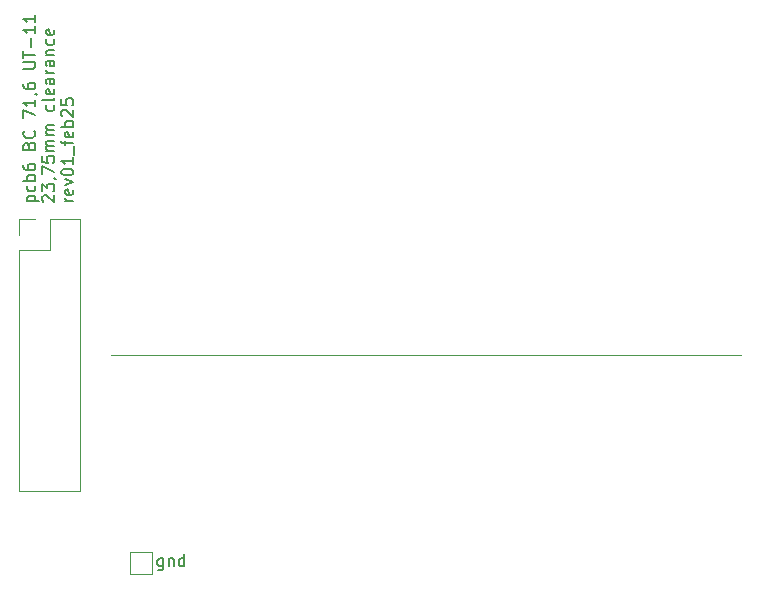
<source format=gto>
G04 #@! TF.GenerationSoftware,KiCad,Pcbnew,8.0.8*
G04 #@! TF.CreationDate,2025-02-19T14:02:03-05:00*
G04 #@! TF.ProjectId,plot_gerbers,706c6f74-5f67-4657-9262-6572732e6b69,rev?*
G04 #@! TF.SameCoordinates,Original*
G04 #@! TF.FileFunction,Legend,Top*
G04 #@! TF.FilePolarity,Positive*
%FSLAX46Y46*%
G04 Gerber Fmt 4.6, Leading zero omitted, Abs format (unit mm)*
G04 Created by KiCad (PCBNEW 8.0.8) date 2025-02-19 14:02:03*
%MOMM*%
%LPD*%
G01*
G04 APERTURE LIST*
%ADD10C,0.150000*%
%ADD11C,0.120000*%
%ADD12C,1.700000*%
%ADD13O,1.700000X1.700000*%
%ADD14R,1.700000X1.700000*%
%ADD15R,1.500000X1.500000*%
G04 APERTURE END LIST*
D10*
X115213264Y-86503220D02*
X116213264Y-86503220D01*
X115260883Y-86503220D02*
X115213264Y-86407982D01*
X115213264Y-86407982D02*
X115213264Y-86217506D01*
X115213264Y-86217506D02*
X115260883Y-86122268D01*
X115260883Y-86122268D02*
X115308502Y-86074649D01*
X115308502Y-86074649D02*
X115403740Y-86027030D01*
X115403740Y-86027030D02*
X115689454Y-86027030D01*
X115689454Y-86027030D02*
X115784692Y-86074649D01*
X115784692Y-86074649D02*
X115832312Y-86122268D01*
X115832312Y-86122268D02*
X115879931Y-86217506D01*
X115879931Y-86217506D02*
X115879931Y-86407982D01*
X115879931Y-86407982D02*
X115832312Y-86503220D01*
X115832312Y-85169887D02*
X115879931Y-85265125D01*
X115879931Y-85265125D02*
X115879931Y-85455601D01*
X115879931Y-85455601D02*
X115832312Y-85550839D01*
X115832312Y-85550839D02*
X115784692Y-85598458D01*
X115784692Y-85598458D02*
X115689454Y-85646077D01*
X115689454Y-85646077D02*
X115403740Y-85646077D01*
X115403740Y-85646077D02*
X115308502Y-85598458D01*
X115308502Y-85598458D02*
X115260883Y-85550839D01*
X115260883Y-85550839D02*
X115213264Y-85455601D01*
X115213264Y-85455601D02*
X115213264Y-85265125D01*
X115213264Y-85265125D02*
X115260883Y-85169887D01*
X115879931Y-84741315D02*
X114879931Y-84741315D01*
X115260883Y-84741315D02*
X115213264Y-84646077D01*
X115213264Y-84646077D02*
X115213264Y-84455601D01*
X115213264Y-84455601D02*
X115260883Y-84360363D01*
X115260883Y-84360363D02*
X115308502Y-84312744D01*
X115308502Y-84312744D02*
X115403740Y-84265125D01*
X115403740Y-84265125D02*
X115689454Y-84265125D01*
X115689454Y-84265125D02*
X115784692Y-84312744D01*
X115784692Y-84312744D02*
X115832312Y-84360363D01*
X115832312Y-84360363D02*
X115879931Y-84455601D01*
X115879931Y-84455601D02*
X115879931Y-84646077D01*
X115879931Y-84646077D02*
X115832312Y-84741315D01*
X114879931Y-83407982D02*
X114879931Y-83598458D01*
X114879931Y-83598458D02*
X114927550Y-83693696D01*
X114927550Y-83693696D02*
X114975169Y-83741315D01*
X114975169Y-83741315D02*
X115118026Y-83836553D01*
X115118026Y-83836553D02*
X115308502Y-83884172D01*
X115308502Y-83884172D02*
X115689454Y-83884172D01*
X115689454Y-83884172D02*
X115784692Y-83836553D01*
X115784692Y-83836553D02*
X115832312Y-83788934D01*
X115832312Y-83788934D02*
X115879931Y-83693696D01*
X115879931Y-83693696D02*
X115879931Y-83503220D01*
X115879931Y-83503220D02*
X115832312Y-83407982D01*
X115832312Y-83407982D02*
X115784692Y-83360363D01*
X115784692Y-83360363D02*
X115689454Y-83312744D01*
X115689454Y-83312744D02*
X115451359Y-83312744D01*
X115451359Y-83312744D02*
X115356121Y-83360363D01*
X115356121Y-83360363D02*
X115308502Y-83407982D01*
X115308502Y-83407982D02*
X115260883Y-83503220D01*
X115260883Y-83503220D02*
X115260883Y-83693696D01*
X115260883Y-83693696D02*
X115308502Y-83788934D01*
X115308502Y-83788934D02*
X115356121Y-83836553D01*
X115356121Y-83836553D02*
X115451359Y-83884172D01*
X115356121Y-81788934D02*
X115403740Y-81646077D01*
X115403740Y-81646077D02*
X115451359Y-81598458D01*
X115451359Y-81598458D02*
X115546597Y-81550839D01*
X115546597Y-81550839D02*
X115689454Y-81550839D01*
X115689454Y-81550839D02*
X115784692Y-81598458D01*
X115784692Y-81598458D02*
X115832312Y-81646077D01*
X115832312Y-81646077D02*
X115879931Y-81741315D01*
X115879931Y-81741315D02*
X115879931Y-82122267D01*
X115879931Y-82122267D02*
X114879931Y-82122267D01*
X114879931Y-82122267D02*
X114879931Y-81788934D01*
X114879931Y-81788934D02*
X114927550Y-81693696D01*
X114927550Y-81693696D02*
X114975169Y-81646077D01*
X114975169Y-81646077D02*
X115070407Y-81598458D01*
X115070407Y-81598458D02*
X115165645Y-81598458D01*
X115165645Y-81598458D02*
X115260883Y-81646077D01*
X115260883Y-81646077D02*
X115308502Y-81693696D01*
X115308502Y-81693696D02*
X115356121Y-81788934D01*
X115356121Y-81788934D02*
X115356121Y-82122267D01*
X115784692Y-80550839D02*
X115832312Y-80598458D01*
X115832312Y-80598458D02*
X115879931Y-80741315D01*
X115879931Y-80741315D02*
X115879931Y-80836553D01*
X115879931Y-80836553D02*
X115832312Y-80979410D01*
X115832312Y-80979410D02*
X115737073Y-81074648D01*
X115737073Y-81074648D02*
X115641835Y-81122267D01*
X115641835Y-81122267D02*
X115451359Y-81169886D01*
X115451359Y-81169886D02*
X115308502Y-81169886D01*
X115308502Y-81169886D02*
X115118026Y-81122267D01*
X115118026Y-81122267D02*
X115022788Y-81074648D01*
X115022788Y-81074648D02*
X114927550Y-80979410D01*
X114927550Y-80979410D02*
X114879931Y-80836553D01*
X114879931Y-80836553D02*
X114879931Y-80741315D01*
X114879931Y-80741315D02*
X114927550Y-80598458D01*
X114927550Y-80598458D02*
X114975169Y-80550839D01*
X114879931Y-79455600D02*
X114879931Y-78788934D01*
X114879931Y-78788934D02*
X115879931Y-79217505D01*
X115879931Y-77884172D02*
X115879931Y-78455600D01*
X115879931Y-78169886D02*
X114879931Y-78169886D01*
X114879931Y-78169886D02*
X115022788Y-78265124D01*
X115022788Y-78265124D02*
X115118026Y-78360362D01*
X115118026Y-78360362D02*
X115165645Y-78455600D01*
X115832312Y-77407981D02*
X115879931Y-77407981D01*
X115879931Y-77407981D02*
X115975169Y-77455600D01*
X115975169Y-77455600D02*
X116022788Y-77503219D01*
X114879931Y-76550839D02*
X114879931Y-76741315D01*
X114879931Y-76741315D02*
X114927550Y-76836553D01*
X114927550Y-76836553D02*
X114975169Y-76884172D01*
X114975169Y-76884172D02*
X115118026Y-76979410D01*
X115118026Y-76979410D02*
X115308502Y-77027029D01*
X115308502Y-77027029D02*
X115689454Y-77027029D01*
X115689454Y-77027029D02*
X115784692Y-76979410D01*
X115784692Y-76979410D02*
X115832312Y-76931791D01*
X115832312Y-76931791D02*
X115879931Y-76836553D01*
X115879931Y-76836553D02*
X115879931Y-76646077D01*
X115879931Y-76646077D02*
X115832312Y-76550839D01*
X115832312Y-76550839D02*
X115784692Y-76503220D01*
X115784692Y-76503220D02*
X115689454Y-76455601D01*
X115689454Y-76455601D02*
X115451359Y-76455601D01*
X115451359Y-76455601D02*
X115356121Y-76503220D01*
X115356121Y-76503220D02*
X115308502Y-76550839D01*
X115308502Y-76550839D02*
X115260883Y-76646077D01*
X115260883Y-76646077D02*
X115260883Y-76836553D01*
X115260883Y-76836553D02*
X115308502Y-76931791D01*
X115308502Y-76931791D02*
X115356121Y-76979410D01*
X115356121Y-76979410D02*
X115451359Y-77027029D01*
X114879931Y-75265124D02*
X115689454Y-75265124D01*
X115689454Y-75265124D02*
X115784692Y-75217505D01*
X115784692Y-75217505D02*
X115832312Y-75169886D01*
X115832312Y-75169886D02*
X115879931Y-75074648D01*
X115879931Y-75074648D02*
X115879931Y-74884172D01*
X115879931Y-74884172D02*
X115832312Y-74788934D01*
X115832312Y-74788934D02*
X115784692Y-74741315D01*
X115784692Y-74741315D02*
X115689454Y-74693696D01*
X115689454Y-74693696D02*
X114879931Y-74693696D01*
X114879931Y-74360362D02*
X114879931Y-73788934D01*
X115879931Y-74074648D02*
X114879931Y-74074648D01*
X115498978Y-73455600D02*
X115498978Y-72693696D01*
X115879931Y-71693696D02*
X115879931Y-72265124D01*
X115879931Y-71979410D02*
X114879931Y-71979410D01*
X114879931Y-71979410D02*
X115022788Y-72074648D01*
X115022788Y-72074648D02*
X115118026Y-72169886D01*
X115118026Y-72169886D02*
X115165645Y-72265124D01*
X115879931Y-70741315D02*
X115879931Y-71312743D01*
X115879931Y-71027029D02*
X114879931Y-71027029D01*
X114879931Y-71027029D02*
X115022788Y-71122267D01*
X115022788Y-71122267D02*
X115118026Y-71217505D01*
X115118026Y-71217505D02*
X115165645Y-71312743D01*
X116585113Y-86550839D02*
X116537494Y-86503220D01*
X116537494Y-86503220D02*
X116489875Y-86407982D01*
X116489875Y-86407982D02*
X116489875Y-86169887D01*
X116489875Y-86169887D02*
X116537494Y-86074649D01*
X116537494Y-86074649D02*
X116585113Y-86027030D01*
X116585113Y-86027030D02*
X116680351Y-85979411D01*
X116680351Y-85979411D02*
X116775589Y-85979411D01*
X116775589Y-85979411D02*
X116918446Y-86027030D01*
X116918446Y-86027030D02*
X117489875Y-86598458D01*
X117489875Y-86598458D02*
X117489875Y-85979411D01*
X116489875Y-85646077D02*
X116489875Y-85027030D01*
X116489875Y-85027030D02*
X116870827Y-85360363D01*
X116870827Y-85360363D02*
X116870827Y-85217506D01*
X116870827Y-85217506D02*
X116918446Y-85122268D01*
X116918446Y-85122268D02*
X116966065Y-85074649D01*
X116966065Y-85074649D02*
X117061303Y-85027030D01*
X117061303Y-85027030D02*
X117299398Y-85027030D01*
X117299398Y-85027030D02*
X117394636Y-85074649D01*
X117394636Y-85074649D02*
X117442256Y-85122268D01*
X117442256Y-85122268D02*
X117489875Y-85217506D01*
X117489875Y-85217506D02*
X117489875Y-85503220D01*
X117489875Y-85503220D02*
X117442256Y-85598458D01*
X117442256Y-85598458D02*
X117394636Y-85646077D01*
X117442256Y-84550839D02*
X117489875Y-84550839D01*
X117489875Y-84550839D02*
X117585113Y-84598458D01*
X117585113Y-84598458D02*
X117632732Y-84646077D01*
X116489875Y-84217506D02*
X116489875Y-83550840D01*
X116489875Y-83550840D02*
X117489875Y-83979411D01*
X116489875Y-82693697D02*
X116489875Y-83169887D01*
X116489875Y-83169887D02*
X116966065Y-83217506D01*
X116966065Y-83217506D02*
X116918446Y-83169887D01*
X116918446Y-83169887D02*
X116870827Y-83074649D01*
X116870827Y-83074649D02*
X116870827Y-82836554D01*
X116870827Y-82836554D02*
X116918446Y-82741316D01*
X116918446Y-82741316D02*
X116966065Y-82693697D01*
X116966065Y-82693697D02*
X117061303Y-82646078D01*
X117061303Y-82646078D02*
X117299398Y-82646078D01*
X117299398Y-82646078D02*
X117394636Y-82693697D01*
X117394636Y-82693697D02*
X117442256Y-82741316D01*
X117442256Y-82741316D02*
X117489875Y-82836554D01*
X117489875Y-82836554D02*
X117489875Y-83074649D01*
X117489875Y-83074649D02*
X117442256Y-83169887D01*
X117442256Y-83169887D02*
X117394636Y-83217506D01*
X117489875Y-82217506D02*
X116823208Y-82217506D01*
X116918446Y-82217506D02*
X116870827Y-82169887D01*
X116870827Y-82169887D02*
X116823208Y-82074649D01*
X116823208Y-82074649D02*
X116823208Y-81931792D01*
X116823208Y-81931792D02*
X116870827Y-81836554D01*
X116870827Y-81836554D02*
X116966065Y-81788935D01*
X116966065Y-81788935D02*
X117489875Y-81788935D01*
X116966065Y-81788935D02*
X116870827Y-81741316D01*
X116870827Y-81741316D02*
X116823208Y-81646078D01*
X116823208Y-81646078D02*
X116823208Y-81503221D01*
X116823208Y-81503221D02*
X116870827Y-81407982D01*
X116870827Y-81407982D02*
X116966065Y-81360363D01*
X116966065Y-81360363D02*
X117489875Y-81360363D01*
X117489875Y-80884173D02*
X116823208Y-80884173D01*
X116918446Y-80884173D02*
X116870827Y-80836554D01*
X116870827Y-80836554D02*
X116823208Y-80741316D01*
X116823208Y-80741316D02*
X116823208Y-80598459D01*
X116823208Y-80598459D02*
X116870827Y-80503221D01*
X116870827Y-80503221D02*
X116966065Y-80455602D01*
X116966065Y-80455602D02*
X117489875Y-80455602D01*
X116966065Y-80455602D02*
X116870827Y-80407983D01*
X116870827Y-80407983D02*
X116823208Y-80312745D01*
X116823208Y-80312745D02*
X116823208Y-80169888D01*
X116823208Y-80169888D02*
X116870827Y-80074649D01*
X116870827Y-80074649D02*
X116966065Y-80027030D01*
X116966065Y-80027030D02*
X117489875Y-80027030D01*
X117442256Y-78360364D02*
X117489875Y-78455602D01*
X117489875Y-78455602D02*
X117489875Y-78646078D01*
X117489875Y-78646078D02*
X117442256Y-78741316D01*
X117442256Y-78741316D02*
X117394636Y-78788935D01*
X117394636Y-78788935D02*
X117299398Y-78836554D01*
X117299398Y-78836554D02*
X117013684Y-78836554D01*
X117013684Y-78836554D02*
X116918446Y-78788935D01*
X116918446Y-78788935D02*
X116870827Y-78741316D01*
X116870827Y-78741316D02*
X116823208Y-78646078D01*
X116823208Y-78646078D02*
X116823208Y-78455602D01*
X116823208Y-78455602D02*
X116870827Y-78360364D01*
X117489875Y-77788935D02*
X117442256Y-77884173D01*
X117442256Y-77884173D02*
X117347017Y-77931792D01*
X117347017Y-77931792D02*
X116489875Y-77931792D01*
X117442256Y-77027030D02*
X117489875Y-77122268D01*
X117489875Y-77122268D02*
X117489875Y-77312744D01*
X117489875Y-77312744D02*
X117442256Y-77407982D01*
X117442256Y-77407982D02*
X117347017Y-77455601D01*
X117347017Y-77455601D02*
X116966065Y-77455601D01*
X116966065Y-77455601D02*
X116870827Y-77407982D01*
X116870827Y-77407982D02*
X116823208Y-77312744D01*
X116823208Y-77312744D02*
X116823208Y-77122268D01*
X116823208Y-77122268D02*
X116870827Y-77027030D01*
X116870827Y-77027030D02*
X116966065Y-76979411D01*
X116966065Y-76979411D02*
X117061303Y-76979411D01*
X117061303Y-76979411D02*
X117156541Y-77455601D01*
X117489875Y-76122268D02*
X116966065Y-76122268D01*
X116966065Y-76122268D02*
X116870827Y-76169887D01*
X116870827Y-76169887D02*
X116823208Y-76265125D01*
X116823208Y-76265125D02*
X116823208Y-76455601D01*
X116823208Y-76455601D02*
X116870827Y-76550839D01*
X117442256Y-76122268D02*
X117489875Y-76217506D01*
X117489875Y-76217506D02*
X117489875Y-76455601D01*
X117489875Y-76455601D02*
X117442256Y-76550839D01*
X117442256Y-76550839D02*
X117347017Y-76598458D01*
X117347017Y-76598458D02*
X117251779Y-76598458D01*
X117251779Y-76598458D02*
X117156541Y-76550839D01*
X117156541Y-76550839D02*
X117108922Y-76455601D01*
X117108922Y-76455601D02*
X117108922Y-76217506D01*
X117108922Y-76217506D02*
X117061303Y-76122268D01*
X117489875Y-75646077D02*
X116823208Y-75646077D01*
X117013684Y-75646077D02*
X116918446Y-75598458D01*
X116918446Y-75598458D02*
X116870827Y-75550839D01*
X116870827Y-75550839D02*
X116823208Y-75455601D01*
X116823208Y-75455601D02*
X116823208Y-75360363D01*
X117489875Y-74598458D02*
X116966065Y-74598458D01*
X116966065Y-74598458D02*
X116870827Y-74646077D01*
X116870827Y-74646077D02*
X116823208Y-74741315D01*
X116823208Y-74741315D02*
X116823208Y-74931791D01*
X116823208Y-74931791D02*
X116870827Y-75027029D01*
X117442256Y-74598458D02*
X117489875Y-74693696D01*
X117489875Y-74693696D02*
X117489875Y-74931791D01*
X117489875Y-74931791D02*
X117442256Y-75027029D01*
X117442256Y-75027029D02*
X117347017Y-75074648D01*
X117347017Y-75074648D02*
X117251779Y-75074648D01*
X117251779Y-75074648D02*
X117156541Y-75027029D01*
X117156541Y-75027029D02*
X117108922Y-74931791D01*
X117108922Y-74931791D02*
X117108922Y-74693696D01*
X117108922Y-74693696D02*
X117061303Y-74598458D01*
X116823208Y-74122267D02*
X117489875Y-74122267D01*
X116918446Y-74122267D02*
X116870827Y-74074648D01*
X116870827Y-74074648D02*
X116823208Y-73979410D01*
X116823208Y-73979410D02*
X116823208Y-73836553D01*
X116823208Y-73836553D02*
X116870827Y-73741315D01*
X116870827Y-73741315D02*
X116966065Y-73693696D01*
X116966065Y-73693696D02*
X117489875Y-73693696D01*
X117442256Y-72788934D02*
X117489875Y-72884172D01*
X117489875Y-72884172D02*
X117489875Y-73074648D01*
X117489875Y-73074648D02*
X117442256Y-73169886D01*
X117442256Y-73169886D02*
X117394636Y-73217505D01*
X117394636Y-73217505D02*
X117299398Y-73265124D01*
X117299398Y-73265124D02*
X117013684Y-73265124D01*
X117013684Y-73265124D02*
X116918446Y-73217505D01*
X116918446Y-73217505D02*
X116870827Y-73169886D01*
X116870827Y-73169886D02*
X116823208Y-73074648D01*
X116823208Y-73074648D02*
X116823208Y-72884172D01*
X116823208Y-72884172D02*
X116870827Y-72788934D01*
X117442256Y-71979410D02*
X117489875Y-72074648D01*
X117489875Y-72074648D02*
X117489875Y-72265124D01*
X117489875Y-72265124D02*
X117442256Y-72360362D01*
X117442256Y-72360362D02*
X117347017Y-72407981D01*
X117347017Y-72407981D02*
X116966065Y-72407981D01*
X116966065Y-72407981D02*
X116870827Y-72360362D01*
X116870827Y-72360362D02*
X116823208Y-72265124D01*
X116823208Y-72265124D02*
X116823208Y-72074648D01*
X116823208Y-72074648D02*
X116870827Y-71979410D01*
X116870827Y-71979410D02*
X116966065Y-71931791D01*
X116966065Y-71931791D02*
X117061303Y-71931791D01*
X117061303Y-71931791D02*
X117156541Y-72407981D01*
X119099819Y-86503220D02*
X118433152Y-86503220D01*
X118623628Y-86503220D02*
X118528390Y-86455601D01*
X118528390Y-86455601D02*
X118480771Y-86407982D01*
X118480771Y-86407982D02*
X118433152Y-86312744D01*
X118433152Y-86312744D02*
X118433152Y-86217506D01*
X119052200Y-85503220D02*
X119099819Y-85598458D01*
X119099819Y-85598458D02*
X119099819Y-85788934D01*
X119099819Y-85788934D02*
X119052200Y-85884172D01*
X119052200Y-85884172D02*
X118956961Y-85931791D01*
X118956961Y-85931791D02*
X118576009Y-85931791D01*
X118576009Y-85931791D02*
X118480771Y-85884172D01*
X118480771Y-85884172D02*
X118433152Y-85788934D01*
X118433152Y-85788934D02*
X118433152Y-85598458D01*
X118433152Y-85598458D02*
X118480771Y-85503220D01*
X118480771Y-85503220D02*
X118576009Y-85455601D01*
X118576009Y-85455601D02*
X118671247Y-85455601D01*
X118671247Y-85455601D02*
X118766485Y-85931791D01*
X118433152Y-85122267D02*
X119099819Y-84884172D01*
X119099819Y-84884172D02*
X118433152Y-84646077D01*
X118099819Y-84074648D02*
X118099819Y-83979410D01*
X118099819Y-83979410D02*
X118147438Y-83884172D01*
X118147438Y-83884172D02*
X118195057Y-83836553D01*
X118195057Y-83836553D02*
X118290295Y-83788934D01*
X118290295Y-83788934D02*
X118480771Y-83741315D01*
X118480771Y-83741315D02*
X118718866Y-83741315D01*
X118718866Y-83741315D02*
X118909342Y-83788934D01*
X118909342Y-83788934D02*
X119004580Y-83836553D01*
X119004580Y-83836553D02*
X119052200Y-83884172D01*
X119052200Y-83884172D02*
X119099819Y-83979410D01*
X119099819Y-83979410D02*
X119099819Y-84074648D01*
X119099819Y-84074648D02*
X119052200Y-84169886D01*
X119052200Y-84169886D02*
X119004580Y-84217505D01*
X119004580Y-84217505D02*
X118909342Y-84265124D01*
X118909342Y-84265124D02*
X118718866Y-84312743D01*
X118718866Y-84312743D02*
X118480771Y-84312743D01*
X118480771Y-84312743D02*
X118290295Y-84265124D01*
X118290295Y-84265124D02*
X118195057Y-84217505D01*
X118195057Y-84217505D02*
X118147438Y-84169886D01*
X118147438Y-84169886D02*
X118099819Y-84074648D01*
X119099819Y-82788934D02*
X119099819Y-83360362D01*
X119099819Y-83074648D02*
X118099819Y-83074648D01*
X118099819Y-83074648D02*
X118242676Y-83169886D01*
X118242676Y-83169886D02*
X118337914Y-83265124D01*
X118337914Y-83265124D02*
X118385533Y-83360362D01*
X119195057Y-82598458D02*
X119195057Y-81836553D01*
X118433152Y-81741314D02*
X118433152Y-81360362D01*
X119099819Y-81598457D02*
X118242676Y-81598457D01*
X118242676Y-81598457D02*
X118147438Y-81550838D01*
X118147438Y-81550838D02*
X118099819Y-81455600D01*
X118099819Y-81455600D02*
X118099819Y-81360362D01*
X119052200Y-80646076D02*
X119099819Y-80741314D01*
X119099819Y-80741314D02*
X119099819Y-80931790D01*
X119099819Y-80931790D02*
X119052200Y-81027028D01*
X119052200Y-81027028D02*
X118956961Y-81074647D01*
X118956961Y-81074647D02*
X118576009Y-81074647D01*
X118576009Y-81074647D02*
X118480771Y-81027028D01*
X118480771Y-81027028D02*
X118433152Y-80931790D01*
X118433152Y-80931790D02*
X118433152Y-80741314D01*
X118433152Y-80741314D02*
X118480771Y-80646076D01*
X118480771Y-80646076D02*
X118576009Y-80598457D01*
X118576009Y-80598457D02*
X118671247Y-80598457D01*
X118671247Y-80598457D02*
X118766485Y-81074647D01*
X119099819Y-80169885D02*
X118099819Y-80169885D01*
X118480771Y-80169885D02*
X118433152Y-80074647D01*
X118433152Y-80074647D02*
X118433152Y-79884171D01*
X118433152Y-79884171D02*
X118480771Y-79788933D01*
X118480771Y-79788933D02*
X118528390Y-79741314D01*
X118528390Y-79741314D02*
X118623628Y-79693695D01*
X118623628Y-79693695D02*
X118909342Y-79693695D01*
X118909342Y-79693695D02*
X119004580Y-79741314D01*
X119004580Y-79741314D02*
X119052200Y-79788933D01*
X119052200Y-79788933D02*
X119099819Y-79884171D01*
X119099819Y-79884171D02*
X119099819Y-80074647D01*
X119099819Y-80074647D02*
X119052200Y-80169885D01*
X118195057Y-79312742D02*
X118147438Y-79265123D01*
X118147438Y-79265123D02*
X118099819Y-79169885D01*
X118099819Y-79169885D02*
X118099819Y-78931790D01*
X118099819Y-78931790D02*
X118147438Y-78836552D01*
X118147438Y-78836552D02*
X118195057Y-78788933D01*
X118195057Y-78788933D02*
X118290295Y-78741314D01*
X118290295Y-78741314D02*
X118385533Y-78741314D01*
X118385533Y-78741314D02*
X118528390Y-78788933D01*
X118528390Y-78788933D02*
X119099819Y-79360361D01*
X119099819Y-79360361D02*
X119099819Y-78741314D01*
X118099819Y-77836552D02*
X118099819Y-78312742D01*
X118099819Y-78312742D02*
X118576009Y-78360361D01*
X118576009Y-78360361D02*
X118528390Y-78312742D01*
X118528390Y-78312742D02*
X118480771Y-78217504D01*
X118480771Y-78217504D02*
X118480771Y-77979409D01*
X118480771Y-77979409D02*
X118528390Y-77884171D01*
X118528390Y-77884171D02*
X118576009Y-77836552D01*
X118576009Y-77836552D02*
X118671247Y-77788933D01*
X118671247Y-77788933D02*
X118909342Y-77788933D01*
X118909342Y-77788933D02*
X119004580Y-77836552D01*
X119004580Y-77836552D02*
X119052200Y-77884171D01*
X119052200Y-77884171D02*
X119099819Y-77979409D01*
X119099819Y-77979409D02*
X119099819Y-78217504D01*
X119099819Y-78217504D02*
X119052200Y-78312742D01*
X119052200Y-78312742D02*
X119004580Y-78360361D01*
X126719523Y-116738152D02*
X126719523Y-117547676D01*
X126719523Y-117547676D02*
X126671904Y-117642914D01*
X126671904Y-117642914D02*
X126624285Y-117690533D01*
X126624285Y-117690533D02*
X126529047Y-117738152D01*
X126529047Y-117738152D02*
X126386190Y-117738152D01*
X126386190Y-117738152D02*
X126290952Y-117690533D01*
X126719523Y-117357200D02*
X126624285Y-117404819D01*
X126624285Y-117404819D02*
X126433809Y-117404819D01*
X126433809Y-117404819D02*
X126338571Y-117357200D01*
X126338571Y-117357200D02*
X126290952Y-117309580D01*
X126290952Y-117309580D02*
X126243333Y-117214342D01*
X126243333Y-117214342D02*
X126243333Y-116928628D01*
X126243333Y-116928628D02*
X126290952Y-116833390D01*
X126290952Y-116833390D02*
X126338571Y-116785771D01*
X126338571Y-116785771D02*
X126433809Y-116738152D01*
X126433809Y-116738152D02*
X126624285Y-116738152D01*
X126624285Y-116738152D02*
X126719523Y-116785771D01*
X127195714Y-116738152D02*
X127195714Y-117404819D01*
X127195714Y-116833390D02*
X127243333Y-116785771D01*
X127243333Y-116785771D02*
X127338571Y-116738152D01*
X127338571Y-116738152D02*
X127481428Y-116738152D01*
X127481428Y-116738152D02*
X127576666Y-116785771D01*
X127576666Y-116785771D02*
X127624285Y-116881009D01*
X127624285Y-116881009D02*
X127624285Y-117404819D01*
X128529047Y-117404819D02*
X128529047Y-116404819D01*
X128529047Y-117357200D02*
X128433809Y-117404819D01*
X128433809Y-117404819D02*
X128243333Y-117404819D01*
X128243333Y-117404819D02*
X128148095Y-117357200D01*
X128148095Y-117357200D02*
X128100476Y-117309580D01*
X128100476Y-117309580D02*
X128052857Y-117214342D01*
X128052857Y-117214342D02*
X128052857Y-116928628D01*
X128052857Y-116928628D02*
X128100476Y-116833390D01*
X128100476Y-116833390D02*
X128148095Y-116785771D01*
X128148095Y-116785771D02*
X128243333Y-116738152D01*
X128243333Y-116738152D02*
X128433809Y-116738152D01*
X128433809Y-116738152D02*
X128529047Y-116785771D01*
D11*
X114500000Y-88020000D02*
X115830000Y-88020000D01*
X114500000Y-89350000D02*
X114500000Y-88020000D01*
X114500000Y-90620000D02*
X114500000Y-111000000D01*
X114500000Y-90620000D02*
X117100000Y-90620000D01*
X114500000Y-111000000D02*
X119700000Y-111000000D01*
X117100000Y-88020000D02*
X119700000Y-88020000D01*
X117100000Y-90620000D02*
X117100000Y-88020000D01*
X119700000Y-88020000D02*
X119700000Y-111000000D01*
X123900000Y-116180000D02*
X125800000Y-116180000D01*
X123900000Y-118080000D02*
X123900000Y-116180000D01*
X125800000Y-116180000D02*
X125800000Y-118080000D01*
X125800000Y-118080000D02*
X123900000Y-118080000D01*
X175620000Y-99500000D02*
X122280000Y-99500000D01*
%LPC*%
D12*
X124820000Y-127310000D03*
X124820000Y-124770000D03*
X124820000Y-122230000D03*
X124820000Y-119690000D03*
D13*
X127360000Y-127310000D03*
X127360000Y-124770000D03*
X127360000Y-122230000D03*
X127360000Y-119690000D03*
X129900000Y-127310000D03*
X129900000Y-124770000D03*
X129900000Y-122230000D03*
X129900000Y-119690000D03*
X132440000Y-127310000D03*
X132440000Y-124770000D03*
X132440000Y-122230000D03*
X132440000Y-119690000D03*
X134980000Y-127310000D03*
X134980000Y-124770000D03*
X134980000Y-122230000D03*
X134980000Y-119690000D03*
X137520000Y-127310000D03*
X137520000Y-124770000D03*
X137520000Y-122230000D03*
X137520000Y-119690000D03*
X140060000Y-127310000D03*
X140060000Y-124770000D03*
X140060000Y-122230000D03*
X140060000Y-119690000D03*
X142600000Y-127310000D03*
X142600000Y-124770000D03*
X142600000Y-122230000D03*
X142600000Y-119690000D03*
X145140000Y-127310000D03*
X145140000Y-124770000D03*
X145140000Y-122230000D03*
X145140000Y-119690000D03*
X147680000Y-127310000D03*
X147680000Y-124770000D03*
X147680000Y-122230000D03*
X147680000Y-119690000D03*
X150220000Y-127310000D03*
X150220000Y-124770000D03*
X150220000Y-122230000D03*
X150220000Y-119690000D03*
X152760000Y-127310000D03*
X152760000Y-124770000D03*
X152760000Y-122230000D03*
X152760000Y-119690000D03*
X155300000Y-127310000D03*
X155300000Y-124770000D03*
X155300000Y-122230000D03*
X155300000Y-119690000D03*
X157840000Y-127310000D03*
X157840000Y-124770000D03*
X157840000Y-122230000D03*
X157840000Y-119690000D03*
X160380000Y-127310000D03*
X160380000Y-124770000D03*
X160380000Y-122230000D03*
X160380000Y-119690000D03*
X162920000Y-127310000D03*
X162920000Y-124770000D03*
X162920000Y-122230000D03*
X162920000Y-119690000D03*
X165460000Y-127310000D03*
X165460000Y-124770000D03*
X165460000Y-122230000D03*
X165460000Y-119690000D03*
X168000000Y-127310000D03*
X168000000Y-124770000D03*
X168000000Y-122230000D03*
X168000000Y-119690000D03*
X170540000Y-127310000D03*
X170540000Y-124770000D03*
X170540000Y-122230000D03*
X170540000Y-119690000D03*
X173080000Y-127310000D03*
X173080000Y-124770000D03*
X173080000Y-122230000D03*
X173080000Y-119690000D03*
D14*
X115830000Y-89350000D03*
D13*
X118370000Y-89350000D03*
X115830000Y-91890000D03*
X118370000Y-91890000D03*
X115830000Y-94430000D03*
X118370000Y-94430000D03*
X115830000Y-96970000D03*
X118370000Y-96970000D03*
X115830000Y-99510000D03*
X118370000Y-99510000D03*
X115830000Y-102050000D03*
X118370000Y-102050000D03*
X115830000Y-104590000D03*
X118370000Y-104590000D03*
X115830000Y-107130000D03*
X118370000Y-107130000D03*
X115830000Y-109670000D03*
X118370000Y-109670000D03*
D15*
X124850000Y-117130000D03*
D12*
X124820000Y-79310000D03*
X124820000Y-76770000D03*
X124820000Y-74230000D03*
X124820000Y-71690000D03*
D13*
X127360000Y-79310000D03*
X127360000Y-76770000D03*
X127360000Y-74230000D03*
X127360000Y-71690000D03*
X129900000Y-79310000D03*
X129900000Y-76770000D03*
X129900000Y-74230000D03*
X129900000Y-71690000D03*
X132440000Y-79310000D03*
X132440000Y-76770000D03*
X132440000Y-74230000D03*
X132440000Y-71690000D03*
X134980000Y-79310000D03*
X134980000Y-76770000D03*
X134980000Y-74230000D03*
X134980000Y-71690000D03*
X137520000Y-79310000D03*
X137520000Y-76770000D03*
X137520000Y-74230000D03*
X137520000Y-71690000D03*
X140060000Y-79310000D03*
X140060000Y-76770000D03*
X140060000Y-74230000D03*
X140060000Y-71690000D03*
X142600000Y-79310000D03*
X142600000Y-76770000D03*
X142600000Y-74230000D03*
X142600000Y-71690000D03*
X145140000Y-79310000D03*
X145140000Y-76770000D03*
X145140000Y-74230000D03*
X145140000Y-71690000D03*
X147680000Y-79310000D03*
X147680000Y-76770000D03*
X147680000Y-74230000D03*
X147680000Y-71690000D03*
X150220000Y-79310000D03*
X150220000Y-76770000D03*
X150220000Y-74230000D03*
X150220000Y-71690000D03*
X152760000Y-79310000D03*
X152760000Y-76770000D03*
X152760000Y-74230000D03*
X152760000Y-71690000D03*
X155300000Y-79310000D03*
X155300000Y-76770000D03*
X155300000Y-74230000D03*
X155300000Y-71690000D03*
X157840000Y-79310000D03*
X157840000Y-76770000D03*
X157840000Y-74230000D03*
X157840000Y-71690000D03*
X160380000Y-79310000D03*
X160380000Y-76770000D03*
X160380000Y-74230000D03*
X160380000Y-71690000D03*
X162920000Y-79310000D03*
X162920000Y-76770000D03*
X162920000Y-74230000D03*
X162920000Y-71690000D03*
X165460000Y-79310000D03*
X165460000Y-76770000D03*
X165460000Y-74230000D03*
X165460000Y-71690000D03*
X168000000Y-79310000D03*
X168000000Y-76770000D03*
X168000000Y-74230000D03*
X168000000Y-71690000D03*
X170540000Y-79310000D03*
X170540000Y-76770000D03*
X170540000Y-74230000D03*
X170540000Y-71690000D03*
X173080000Y-79310000D03*
X173080000Y-76770000D03*
X173080000Y-74230000D03*
X173080000Y-71690000D03*
D12*
X173080000Y-84260000D03*
X173080000Y-86800000D03*
X173080000Y-89340000D03*
X173080000Y-91880000D03*
X173080000Y-94420000D03*
X173080000Y-96960000D03*
D13*
X170540000Y-84260000D03*
X170540000Y-86800000D03*
X170540000Y-89340000D03*
X170540000Y-91880000D03*
X170540000Y-94420000D03*
X170540000Y-96960000D03*
X168000000Y-84260000D03*
X168000000Y-86800000D03*
X168000000Y-89340000D03*
X168000000Y-91880000D03*
X168000000Y-94420000D03*
X168000000Y-96960000D03*
X165460000Y-84260000D03*
X165460000Y-86800000D03*
X165460000Y-89340000D03*
X165460000Y-91880000D03*
X165460000Y-94420000D03*
X165460000Y-96960000D03*
X162920000Y-84260000D03*
X162920000Y-86800000D03*
X162920000Y-89340000D03*
X162920000Y-91880000D03*
X162920000Y-94420000D03*
X162920000Y-96960000D03*
X160380000Y-84260000D03*
X160380000Y-86800000D03*
X160380000Y-89340000D03*
X160380000Y-91880000D03*
X160380000Y-94420000D03*
X160380000Y-96960000D03*
X157840000Y-84260000D03*
X157840000Y-86800000D03*
X157840000Y-89340000D03*
X157840000Y-91880000D03*
X157840000Y-94420000D03*
X157840000Y-96960000D03*
X155300000Y-84260000D03*
X155300000Y-86800000D03*
X155300000Y-89340000D03*
X155300000Y-91880000D03*
X155300000Y-94420000D03*
X155300000Y-96960000D03*
X152760000Y-84260000D03*
X152760000Y-86800000D03*
X152760000Y-89340000D03*
X152760000Y-91880000D03*
X152760000Y-94420000D03*
X152760000Y-96960000D03*
X150220000Y-84260000D03*
X150220000Y-86800000D03*
X150220000Y-89340000D03*
X150220000Y-91880000D03*
X150220000Y-94420000D03*
X150220000Y-96960000D03*
X147680000Y-84260000D03*
X147680000Y-86800000D03*
X147680000Y-89340000D03*
X147680000Y-91880000D03*
X147680000Y-94420000D03*
X147680000Y-96960000D03*
X145140000Y-84260000D03*
X145140000Y-86800000D03*
X145140000Y-89340000D03*
X145140000Y-91880000D03*
X145140000Y-94420000D03*
X145140000Y-96960000D03*
X142600000Y-84260000D03*
X142600000Y-86800000D03*
X142600000Y-89340000D03*
X142600000Y-91880000D03*
X142600000Y-94420000D03*
X142600000Y-96960000D03*
X140060000Y-84260000D03*
X140060000Y-86800000D03*
X140060000Y-89340000D03*
X140060000Y-91880000D03*
X140060000Y-94420000D03*
X140060000Y-96960000D03*
X137520000Y-84260000D03*
X137520000Y-86800000D03*
X137520000Y-89340000D03*
X137520000Y-91880000D03*
X137520000Y-94420000D03*
X137520000Y-96960000D03*
X134980000Y-84260000D03*
X134980000Y-86800000D03*
X134980000Y-89340000D03*
X134980000Y-91880000D03*
X134980000Y-94420000D03*
X134980000Y-96960000D03*
X132440000Y-84260000D03*
X132440000Y-86800000D03*
X132440000Y-89340000D03*
X132440000Y-91880000D03*
X132440000Y-94420000D03*
X132440000Y-96960000D03*
X129900000Y-84260000D03*
X129900000Y-86800000D03*
X129900000Y-89340000D03*
X129900000Y-91880000D03*
X129900000Y-94420000D03*
X129900000Y-96960000D03*
X127360000Y-84260000D03*
X127360000Y-86800000D03*
X127360000Y-89340000D03*
X127360000Y-91880000D03*
X127360000Y-94420000D03*
X127360000Y-96960000D03*
X124820000Y-84260000D03*
X124820000Y-86800000D03*
X124820000Y-89340000D03*
X124820000Y-91880000D03*
X124820000Y-94420000D03*
X124820000Y-96960000D03*
D12*
X173080000Y-102040000D03*
X173080000Y-104580000D03*
X173080000Y-107120000D03*
X173080000Y-109660000D03*
X173080000Y-112200000D03*
X173080000Y-114740000D03*
D13*
X170540000Y-102040000D03*
X170540000Y-104580000D03*
X170540000Y-107120000D03*
X170540000Y-109660000D03*
X170540000Y-112200000D03*
X170540000Y-114740000D03*
X168000000Y-102040000D03*
X168000000Y-104580000D03*
X168000000Y-107120000D03*
X168000000Y-109660000D03*
X168000000Y-112200000D03*
X168000000Y-114740000D03*
X165460000Y-102040000D03*
X165460000Y-104580000D03*
X165460000Y-107120000D03*
X165460000Y-109660000D03*
X165460000Y-112200000D03*
X165460000Y-114740000D03*
X162920000Y-102040000D03*
X162920000Y-104580000D03*
X162920000Y-107120000D03*
X162920000Y-109660000D03*
X162920000Y-112200000D03*
X162920000Y-114740000D03*
X160380000Y-102040000D03*
X160380000Y-104580000D03*
X160380000Y-107120000D03*
X160380000Y-109660000D03*
X160380000Y-112200000D03*
X160380000Y-114740000D03*
X157840000Y-102040000D03*
X157840000Y-104580000D03*
X157840000Y-107120000D03*
X157840000Y-109660000D03*
X157840000Y-112200000D03*
X157840000Y-114740000D03*
X155300000Y-102040000D03*
X155300000Y-104580000D03*
X155300000Y-107120000D03*
X155300000Y-109660000D03*
X155300000Y-112200000D03*
X155300000Y-114740000D03*
X152760000Y-102040000D03*
X152760000Y-104580000D03*
X152760000Y-107120000D03*
X152760000Y-109660000D03*
X152760000Y-112200000D03*
X152760000Y-114740000D03*
X150220000Y-102040000D03*
X150220000Y-104580000D03*
X150220000Y-107120000D03*
X150220000Y-109660000D03*
X150220000Y-112200000D03*
X150220000Y-114740000D03*
X147680000Y-102040000D03*
X147680000Y-104580000D03*
X147680000Y-107120000D03*
X147680000Y-109660000D03*
X147680000Y-112200000D03*
X147680000Y-114740000D03*
X145140000Y-102040000D03*
X145140000Y-104580000D03*
X145140000Y-107120000D03*
X145140000Y-109660000D03*
X145140000Y-112200000D03*
X145140000Y-114740000D03*
X142600000Y-102040000D03*
X142600000Y-104580000D03*
X142600000Y-107120000D03*
X142600000Y-109660000D03*
X142600000Y-112200000D03*
X142600000Y-114740000D03*
X140060000Y-102040000D03*
X140060000Y-104580000D03*
X140060000Y-107120000D03*
X140060000Y-109660000D03*
X140060000Y-112200000D03*
X140060000Y-114740000D03*
X137520000Y-102040000D03*
X137520000Y-104580000D03*
X137520000Y-107120000D03*
X137520000Y-109660000D03*
X137520000Y-112200000D03*
X137520000Y-114740000D03*
X134980000Y-102040000D03*
X134980000Y-104580000D03*
X134980000Y-107120000D03*
X134980000Y-109660000D03*
X134980000Y-112200000D03*
X134980000Y-114740000D03*
X132440000Y-102040000D03*
X132440000Y-104580000D03*
X132440000Y-107120000D03*
X132440000Y-109660000D03*
X132440000Y-112200000D03*
X132440000Y-114740000D03*
X129900000Y-102040000D03*
X129900000Y-104580000D03*
X129900000Y-107120000D03*
X129900000Y-109660000D03*
X129900000Y-112200000D03*
X129900000Y-114740000D03*
X127360000Y-102040000D03*
X127360000Y-104580000D03*
X127360000Y-107120000D03*
X127360000Y-109660000D03*
X127360000Y-112200000D03*
X127360000Y-114740000D03*
X124820000Y-102040000D03*
X124820000Y-104580000D03*
X124820000Y-107120000D03*
X124820000Y-109660000D03*
X124820000Y-112200000D03*
X124820000Y-114740000D03*
%LPD*%
M02*

</source>
